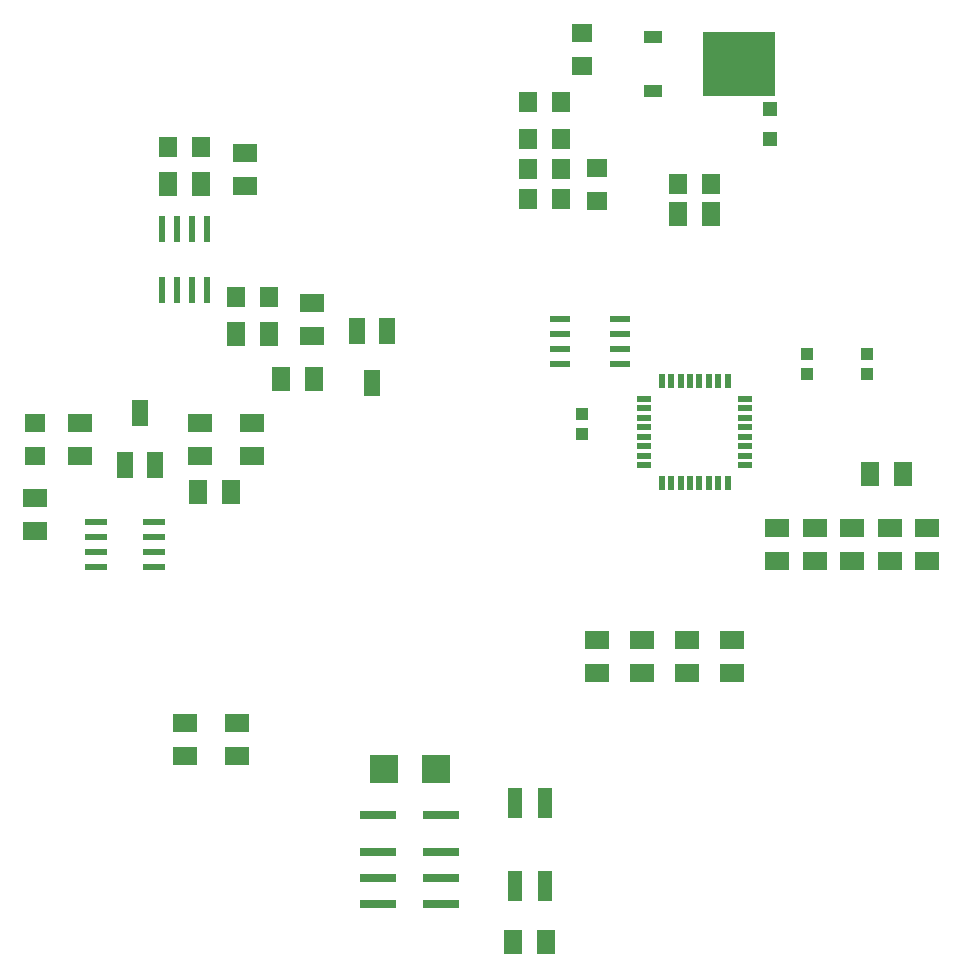
<source format=gtp>
G04 EAGLE Gerber RS-274X export*
G75*
%MOMM*%
%FSLAX34Y34*%
%LPD*%
%INSolder paste top*%
%IPPOS*%
%AMOC8*
5,1,8,0,0,1.08239X$1,22.5*%
G01*
%ADD10R,1.000000X1.100000*%
%ADD11R,1.800000X1.600000*%
%ADD12R,1.600000X1.800000*%
%ADD13R,0.609600X2.209800*%
%ADD14R,1.600000X2.000000*%
%ADD15R,2.000000X1.600000*%
%ADD16R,1.320800X2.184400*%
%ADD17R,1.981200X0.558800*%
%ADD18R,1.270000X0.558800*%
%ADD19R,0.558800X1.270000*%
%ADD20R,3.100000X0.800000*%
%ADD21R,1.270000X2.540000*%
%ADD22R,1.600000X1.000000*%
%ADD23R,6.200000X5.400000*%
%ADD24R,2.400000X2.400000*%
%ADD25R,1.270000X1.270000*%
%ADD26R,1.720000X0.600000*%


D10*
X844550Y707000D03*
X844550Y690000D03*
X793750Y707000D03*
X793750Y690000D03*
D11*
X139700Y649000D03*
X139700Y621000D03*
D12*
X280700Y882650D03*
X252700Y882650D03*
X309850Y755650D03*
X337850Y755650D03*
D13*
X247650Y761238D03*
X260350Y761238D03*
X273050Y761238D03*
X285750Y761238D03*
X285750Y813562D03*
X273050Y813562D03*
X260350Y813562D03*
X247650Y813562D03*
D14*
X252700Y850900D03*
X280700Y850900D03*
X309850Y723900D03*
X337850Y723900D03*
X347950Y685800D03*
X375950Y685800D03*
D15*
X374650Y750600D03*
X374650Y722600D03*
D16*
X438180Y726850D03*
X425450Y682850D03*
X412720Y726850D03*
D14*
X712500Y825500D03*
X684500Y825500D03*
D15*
X317500Y877600D03*
X317500Y849600D03*
X177800Y621000D03*
X177800Y649000D03*
D14*
X278100Y590550D03*
X306100Y590550D03*
D15*
X311150Y395000D03*
X311150Y367000D03*
X139700Y557500D03*
X139700Y585500D03*
X323850Y649000D03*
X323850Y621000D03*
X279400Y649000D03*
X279400Y621000D03*
D16*
X215870Y613000D03*
X228600Y657000D03*
X241330Y613000D03*
D17*
X240538Y527050D03*
X240538Y539750D03*
X240538Y552450D03*
X240538Y565150D03*
X191262Y565150D03*
X191262Y552450D03*
X191262Y539750D03*
X191262Y527050D03*
D18*
X741426Y613350D03*
X741426Y621350D03*
X741426Y629350D03*
X741426Y637350D03*
X741426Y645350D03*
X741426Y653350D03*
X741426Y661350D03*
X741426Y669350D03*
D19*
X726500Y684276D03*
X718500Y684276D03*
X710500Y684276D03*
X702500Y684276D03*
X694500Y684276D03*
X686500Y684276D03*
X678500Y684276D03*
X670500Y684276D03*
D18*
X655574Y669350D03*
X655574Y661350D03*
X655574Y653350D03*
X655574Y645350D03*
X655574Y637350D03*
X655574Y629350D03*
X655574Y621350D03*
X655574Y613350D03*
D19*
X670500Y598424D03*
X678500Y598424D03*
X686500Y598424D03*
X694500Y598424D03*
X702500Y598424D03*
X710500Y598424D03*
X718500Y598424D03*
X726500Y598424D03*
D15*
X800100Y532100D03*
X800100Y560100D03*
X831850Y532100D03*
X831850Y560100D03*
X863600Y532100D03*
X863600Y560100D03*
X768350Y532100D03*
X768350Y560100D03*
X266700Y367000D03*
X266700Y395000D03*
X895350Y532100D03*
X895350Y560100D03*
D20*
X430700Y317400D03*
X430700Y285400D03*
X430700Y263400D03*
X430700Y241400D03*
X483700Y317400D03*
X483700Y285400D03*
X483700Y263400D03*
X483700Y241400D03*
D21*
X571500Y327100D03*
X546100Y327100D03*
X546100Y257100D03*
X571500Y257100D03*
D15*
X615950Y464850D03*
X615950Y436850D03*
X654050Y436850D03*
X654050Y464850D03*
X692150Y436850D03*
X692150Y464850D03*
D12*
X684500Y850900D03*
X712500Y850900D03*
D11*
X603250Y979200D03*
X603250Y951200D03*
D22*
X663200Y975300D03*
X663200Y929700D03*
D23*
X736200Y952500D03*
D14*
X544800Y209550D03*
X572800Y209550D03*
D12*
X557500Y889000D03*
X585500Y889000D03*
X557500Y863600D03*
X585500Y863600D03*
X557500Y838200D03*
X585500Y838200D03*
D11*
X615950Y864900D03*
X615950Y836900D03*
D24*
X435200Y355600D03*
X479200Y355600D03*
D25*
X762000Y914400D03*
X762000Y889000D03*
D15*
X730250Y436850D03*
X730250Y464850D03*
D12*
X585500Y920750D03*
X557500Y920750D03*
D10*
X603250Y639200D03*
X603250Y656200D03*
D26*
X635000Y698500D03*
X635000Y711200D03*
X635000Y723900D03*
X635000Y736600D03*
X584200Y736600D03*
X584200Y723900D03*
X584200Y711200D03*
X584200Y698500D03*
D14*
X846494Y605553D03*
X874494Y605553D03*
M02*

</source>
